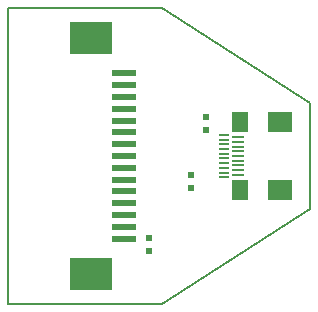
<source format=gbr>
%TF.GenerationSoftware,KiCad,Pcbnew,4.0.7*%
%TF.CreationDate,2018-04-08T16:57:24+02:00*%
%TF.ProjectId,HDMI to CSI,48444D4920746F204353492E6B696361,rev?*%
%TF.FileFunction,Paste,Top*%
%FSLAX46Y46*%
G04 Gerber Fmt 4.6, Leading zero omitted, Abs format (unit mm)*
G04 Created by KiCad (PCBNEW 4.0.7) date 04/08/18 16:57:24*
%MOMM*%
%LPD*%
G01*
G04 APERTURE LIST*
%ADD10C,0.150000*%
%ADD11R,0.500000X0.600000*%
%ADD12R,2.000000X0.610000*%
%ADD13R,3.600000X2.680000*%
%ADD14R,2.000000X1.700000*%
%ADD15R,1.380000X1.800000*%
%ADD16R,0.850000X0.230000*%
%ADD17R,1.000000X0.230000*%
G04 APERTURE END LIST*
D10*
X152500000Y-104500000D02*
X140000000Y-112500000D01*
X152500000Y-95500000D02*
X152500000Y-104500000D01*
X140000000Y-87500000D02*
X152500000Y-95500000D01*
X127000000Y-87500000D02*
X140000000Y-87500000D01*
X127000000Y-112500000D02*
X140000000Y-112500000D01*
X127000000Y-87500000D02*
X127000000Y-112500000D01*
D11*
X138875000Y-106975000D03*
X138875000Y-108075000D03*
X142425000Y-102725000D03*
X142425000Y-101625000D03*
X143725000Y-97800000D03*
X143725000Y-96700000D03*
D12*
X136800000Y-93000000D03*
X136800000Y-94000000D03*
X136800000Y-95000000D03*
X136800000Y-96000000D03*
X136800000Y-97000000D03*
X136800000Y-98000000D03*
X136800000Y-99000000D03*
X136800000Y-100000000D03*
X136800000Y-101000000D03*
X136800000Y-102000000D03*
X136800000Y-103000000D03*
X136800000Y-104000000D03*
X136800000Y-105000000D03*
X136800000Y-106000000D03*
X136800000Y-107000000D03*
D13*
X134000000Y-90010000D03*
X134000000Y-109990000D03*
D14*
X150000000Y-102850000D03*
X150000000Y-97150000D03*
D15*
X146640000Y-102850000D03*
X146640000Y-97150000D03*
D16*
X145225000Y-98200000D03*
X145225000Y-98600000D03*
X145225000Y-99000000D03*
X145225000Y-99400000D03*
X145225000Y-99800000D03*
X145225000Y-100200000D03*
X145225000Y-100600000D03*
X145225000Y-101000000D03*
X145225000Y-101400000D03*
X145225000Y-101800000D03*
D17*
X146450000Y-98400000D03*
X146450000Y-98800000D03*
X146450000Y-99200000D03*
X146450000Y-99600000D03*
X146450000Y-100000000D03*
X146450000Y-100400000D03*
X146450000Y-100800000D03*
X146450000Y-101200000D03*
X146450000Y-101600000D03*
M02*

</source>
